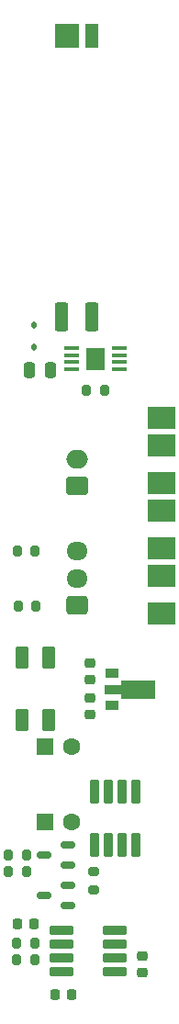
<source format=gts>
G04 #@! TF.GenerationSoftware,KiCad,Pcbnew,7.0.10*
G04 #@! TF.CreationDate,2024-03-06T15:05:53+01:00*
G04 #@! TF.ProjectId,microscope,6d696372-6f73-4636-9f70-652e6b696361,rev?*
G04 #@! TF.SameCoordinates,Original*
G04 #@! TF.FileFunction,Soldermask,Top*
G04 #@! TF.FilePolarity,Negative*
%FSLAX46Y46*%
G04 Gerber Fmt 4.6, Leading zero omitted, Abs format (unit mm)*
G04 Created by KiCad (PCBNEW 7.0.10) date 2024-03-06 15:05:53*
%MOMM*%
%LPD*%
G01*
G04 APERTURE LIST*
G04 Aperture macros list*
%AMRoundRect*
0 Rectangle with rounded corners*
0 $1 Rounding radius*
0 $2 $3 $4 $5 $6 $7 $8 $9 X,Y pos of 4 corners*
0 Add a 4 corners polygon primitive as box body*
4,1,4,$2,$3,$4,$5,$6,$7,$8,$9,$2,$3,0*
0 Add four circle primitives for the rounded corners*
1,1,$1+$1,$2,$3*
1,1,$1+$1,$4,$5*
1,1,$1+$1,$6,$7*
1,1,$1+$1,$8,$9*
0 Add four rect primitives between the rounded corners*
20,1,$1+$1,$2,$3,$4,$5,0*
20,1,$1+$1,$4,$5,$6,$7,0*
20,1,$1+$1,$6,$7,$8,$9,0*
20,1,$1+$1,$8,$9,$2,$3,0*%
%AMFreePoly0*
4,1,9,3.862500,-0.866500,0.737500,-0.866500,0.737500,-0.450000,-0.737500,-0.450000,-0.737500,0.450000,0.737500,0.450000,0.737500,0.866500,3.862500,0.866500,3.862500,-0.866500,3.862500,-0.866500,$1*%
G04 Aperture macros list end*
%ADD10R,2.200000X2.200000*%
%ADD11R,1.250000X2.200000*%
%ADD12RoundRect,0.250000X0.725000X-0.600000X0.725000X0.600000X-0.725000X0.600000X-0.725000X-0.600000X0*%
%ADD13O,1.950000X1.700000*%
%ADD14RoundRect,0.200000X-0.200000X-0.275000X0.200000X-0.275000X0.200000X0.275000X-0.200000X0.275000X0*%
%ADD15R,1.600000X1.600000*%
%ADD16C,1.600000*%
%ADD17RoundRect,0.225000X0.225000X0.250000X-0.225000X0.250000X-0.225000X-0.250000X0.225000X-0.250000X0*%
%ADD18RoundRect,0.150000X0.512500X0.150000X-0.512500X0.150000X-0.512500X-0.150000X0.512500X-0.150000X0*%
%ADD19R,2.500000X2.000000*%
%ADD20RoundRect,0.250000X0.750000X-0.600000X0.750000X0.600000X-0.750000X0.600000X-0.750000X-0.600000X0*%
%ADD21O,2.000000X1.700000*%
%ADD22RoundRect,0.200000X0.275000X-0.200000X0.275000X0.200000X-0.275000X0.200000X-0.275000X-0.200000X0*%
%ADD23RoundRect,0.112500X0.112500X-0.187500X0.112500X0.187500X-0.112500X0.187500X-0.112500X-0.187500X0*%
%ADD24R,1.700000X2.000000*%
%ADD25R,1.425000X0.450000*%
%ADD26RoundRect,0.225000X-0.250000X0.225000X-0.250000X-0.225000X0.250000X-0.225000X0.250000X0.225000X0*%
%ADD27RoundRect,0.200000X0.200000X0.275000X-0.200000X0.275000X-0.200000X-0.275000X0.200000X-0.275000X0*%
%ADD28RoundRect,0.225000X0.250000X-0.225000X0.250000X0.225000X-0.250000X0.225000X-0.250000X-0.225000X0*%
%ADD29RoundRect,0.056280X0.345720X-1.030720X0.345720X1.030720X-0.345720X1.030720X-0.345720X-1.030720X0*%
%ADD30RoundRect,0.056280X1.030720X0.345720X-1.030720X0.345720X-1.030720X-0.345720X1.030720X-0.345720X0*%
%ADD31RoundRect,0.225000X-0.225000X-0.250000X0.225000X-0.250000X0.225000X0.250000X-0.225000X0.250000X0*%
%ADD32RoundRect,0.250000X0.250000X0.475000X-0.250000X0.475000X-0.250000X-0.475000X0.250000X-0.475000X0*%
%ADD33RoundRect,0.111400X0.445600X-0.945600X0.445600X0.945600X-0.445600X0.945600X-0.445600X-0.945600X0*%
%ADD34RoundRect,0.250000X-0.375000X-1.075000X0.375000X-1.075000X0.375000X1.075000X-0.375000X1.075000X0*%
%ADD35R,1.300000X0.900000*%
%ADD36FreePoly0,0.000000*%
G04 APERTURE END LIST*
D10*
X99100000Y-54000000D03*
D11*
X101375000Y-54000000D03*
D12*
X100000000Y-106500000D03*
D13*
X100000000Y-104000000D03*
X100000000Y-101500000D03*
D14*
X100876600Y-86715600D03*
X102526600Y-86715600D03*
D15*
X97000000Y-119500000D03*
D16*
X99500000Y-119500000D03*
D15*
X97000000Y-126500000D03*
D16*
X99500000Y-126500000D03*
D17*
X99525000Y-142372800D03*
X97975000Y-142372800D03*
D18*
X99187500Y-134177800D03*
X99187500Y-132277800D03*
X96912500Y-133227800D03*
D19*
X107750000Y-91750000D03*
D14*
X96101400Y-101498400D03*
X94451400Y-101498400D03*
X94425000Y-137622800D03*
X96075000Y-137622800D03*
D19*
X107750000Y-107250000D03*
D20*
X100000000Y-95500000D03*
D21*
X100000000Y-93000000D03*
D22*
X101500000Y-132697800D03*
X101500000Y-131047800D03*
D19*
X107750000Y-103750000D03*
D23*
X96012000Y-82736400D03*
X96012000Y-80636400D03*
D24*
X101701600Y-83769200D03*
D25*
X99489600Y-84744200D03*
X99489600Y-84094200D03*
X99489600Y-83444200D03*
X99489600Y-82794200D03*
X103913600Y-82794200D03*
X103913600Y-83444200D03*
X103913600Y-84094200D03*
X103913600Y-84744200D03*
D26*
X101218200Y-111806400D03*
X101218200Y-113356400D03*
D27*
X95325000Y-131027800D03*
X93675000Y-131027800D03*
D19*
X107750000Y-101250000D03*
D28*
X101218200Y-116606400D03*
X101218200Y-115056400D03*
D18*
X99187500Y-130477800D03*
X99187500Y-128577800D03*
X96912500Y-129527800D03*
D14*
X93675000Y-129527800D03*
X95325000Y-129527800D03*
D27*
X94565200Y-106578400D03*
X96215200Y-106578400D03*
D29*
X101564000Y-123652800D03*
X102834000Y-123652800D03*
X104104000Y-123652800D03*
X105374000Y-123652800D03*
X105374000Y-128592800D03*
X104104000Y-128592800D03*
X102834000Y-128592800D03*
X101564000Y-128592800D03*
D14*
X94425000Y-139201200D03*
X96075000Y-139201200D03*
D19*
X107750000Y-95250000D03*
D30*
X103470000Y-140277800D03*
X103470000Y-139007800D03*
X103470000Y-137737800D03*
X103470000Y-136467800D03*
X98530000Y-136467800D03*
X98530000Y-137737800D03*
X98530000Y-139007800D03*
X98530000Y-140277800D03*
D31*
X94475000Y-135872800D03*
X96025000Y-135872800D03*
D26*
X106000000Y-138847800D03*
X106000000Y-140397800D03*
D19*
X107750000Y-89250000D03*
X107750000Y-97750000D03*
D32*
X97520800Y-84836000D03*
X95620800Y-84836000D03*
D33*
X94909000Y-117100000D03*
X97359000Y-117100000D03*
X97359000Y-111300000D03*
X94909000Y-111300000D03*
D34*
X101323600Y-79908400D03*
X98523600Y-79908400D03*
D35*
X103250000Y-112750000D03*
D36*
X103337500Y-114250000D03*
D35*
X103250000Y-115750000D03*
M02*

</source>
